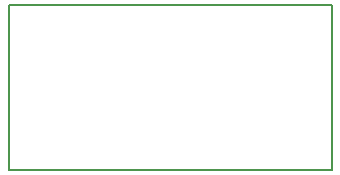
<source format=gm1>
G04 #@! TF.GenerationSoftware,KiCad,Pcbnew,5.1.6*
G04 #@! TF.CreationDate,2020-09-30T09:36:14+10:00*
G04 #@! TF.ProjectId,Photodiode,50686f74-6f64-4696-9f64-652e6b696361,rev?*
G04 #@! TF.SameCoordinates,Original*
G04 #@! TF.FileFunction,Profile,NP*
%FSLAX46Y46*%
G04 Gerber Fmt 4.6, Leading zero omitted, Abs format (unit mm)*
G04 Created by KiCad (PCBNEW 5.1.6) date 2020-09-30 09:36:14*
%MOMM*%
%LPD*%
G01*
G04 APERTURE LIST*
G04 #@! TA.AperFunction,Profile*
%ADD10C,0.150000*%
G04 #@! TD*
G04 APERTURE END LIST*
D10*
X102870000Y-64135000D02*
X102870000Y-50165000D01*
X130175000Y-64135000D02*
X102870000Y-64135000D01*
X130175000Y-50165000D02*
X130175000Y-64135000D01*
X102870000Y-50165000D02*
X130175000Y-50165000D01*
M02*

</source>
